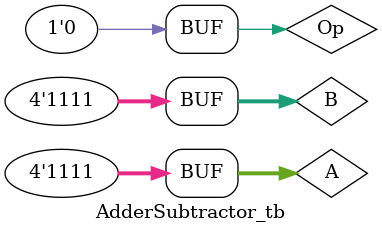
<source format=v>
`timescale 1ns/1ps

module AdderSubtractor_tb;  // 60 ns
    reg [3:0] A;
    reg [3:0] B;
    reg Op;

    wire [3:0] S;
    wire Cout;

    parameter N = 4;

    GateLevelAS #(N) uut (
    // ContinuousAssignmentAS #(N) uut (
    // ProceduralConstructAS #(N) uut (
        .A(A), 
        .B(B), 
        .Op(Op), 
        .S(S), 
        .Cout(Cout)
    );

    initial begin

        A = 4'b0010; // A = 2
        B = 4'b0001; // B = 1
        Op = 0;      // addition
        #10;

        A = 4'b1110; // A = -2
        B = 4'b0011; // B = 3
        Op = 0;      // addition
        #10;

        A = 4'b0111; // A = 7
        B = 4'b0011; // B = 3
        Op = 1;      // subtraction
        #10;

        A = 4'b1100; // A = -4
        B = 4'b0100; // B = 4
        Op = 1;      // subtraction
        #10;

        // A = 4'b0111; // A = 7
        // B = 4'b0010; // B = 2
        // Op = 0;      // addition
        // #10;

        A = 4'b0001; // A = 1
        B = 4'b0011; // B = 3
        Op = 1;      // subtraction
        #10;

        // A = 4'b1011; // A = -5
        // B = 4'b1001; // B = -7
        // Op = 0;      // addition
        // #10;

        A = 4'b1111; // A = -1
        B = 4'b1111; // B = -1
        Op = 0;      // addition
        #10;
    end
endmodule

</source>
